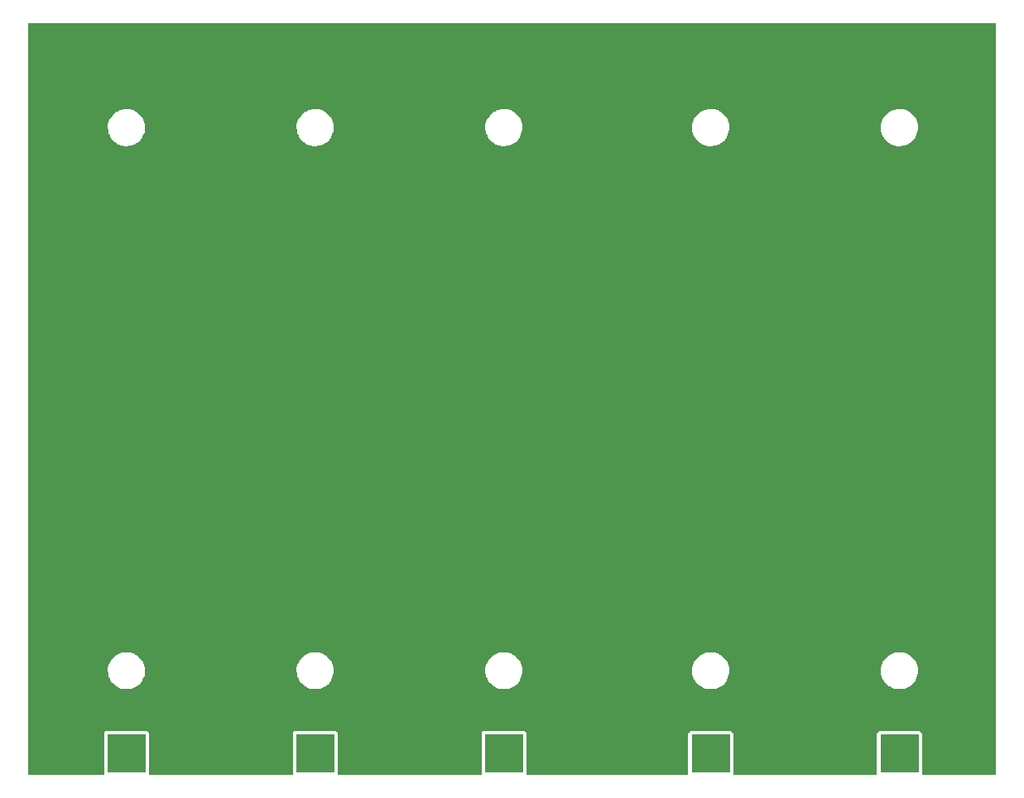
<source format=gbr>
%TF.GenerationSoftware,KiCad,Pcbnew,6.0.4-6f826c9f35~116~ubuntu20.04.1*%
%TF.CreationDate,2022-10-27T05:51:51+00:00*%
%TF.ProjectId,UST5BATT18650V01A,55535435-4241-4545-9431-383635305630,rev?*%
%TF.SameCoordinates,PX463f660PY87a6900*%
%TF.FileFunction,Copper,L1,Top*%
%TF.FilePolarity,Positive*%
%FSLAX46Y46*%
G04 Gerber Fmt 4.6, Leading zero omitted, Abs format (unit mm)*
G04 Created by KiCad (PCBNEW 6.0.4-6f826c9f35~116~ubuntu20.04.1) date 2022-10-27 05:51:51*
%MOMM*%
%LPD*%
G01*
G04 APERTURE LIST*
%TA.AperFunction,ComponentPad*%
%ADD10R,4.000000X4.000000*%
%TD*%
%TA.AperFunction,ComponentPad*%
%ADD11C,0.600000*%
%TD*%
%TA.AperFunction,SMDPad,CuDef*%
%ADD12R,2.300000X2.300000*%
%TD*%
%TA.AperFunction,ViaPad*%
%ADD13C,0.800000*%
%TD*%
G04 APERTURE END LIST*
D10*
%TO.P,BT2,1+,+*%
%TO.N,Net-(BT2-Pad1+)*%
X10545000Y2750000D03*
%TO.P,BT2,1-,-*%
%TO.N,GND*%
X10545000Y75250000D03*
%TO.P,BT2,2+,+*%
%TO.N,Net-(BT2-Pad2+)*%
X29845000Y2750000D03*
%TO.P,BT2,2-,-*%
%TO.N,GND*%
X29845000Y75250000D03*
%TO.P,BT2,3+,+*%
%TO.N,Net-(BT2-Pad3+)*%
X49145000Y2750000D03*
%TO.P,BT2,3-,-*%
%TO.N,GND*%
X49145000Y75250000D03*
%TD*%
%TO.P,BT1,1+,+*%
%TO.N,Net-(BT1-Pad1+)*%
X70300000Y2700000D03*
%TO.P,BT1,1-,-*%
%TO.N,GND*%
X70300000Y75300000D03*
%TO.P,BT1,2+,+*%
%TO.N,Net-(BT1-Pad2+)*%
X89600000Y2700000D03*
%TO.P,BT1,2-,-*%
%TO.N,GND*%
X89600000Y75300000D03*
%TD*%
D11*
%TO.P,X1,11,PGND*%
%TO.N,GND*%
X78978000Y22655000D03*
X79478000Y23155000D03*
D12*
X78978000Y22654000D03*
D11*
X78478000Y22155000D03*
X79478000Y22155000D03*
X78478000Y23155000D03*
%TD*%
D13*
%TO.N,GND*%
X83566000Y22225000D03*
X28725090Y71628000D03*
X24649545Y71628000D03*
X85471000Y23114000D03*
X87733905Y42164000D03*
X44692455Y13716000D03*
X56919090Y13716000D03*
X73533000Y21844000D03*
X84455000Y28448000D03*
X87376000Y23114000D03*
X89858265Y71628000D03*
X34751820Y42164000D03*
X76390500Y22733000D03*
X95885005Y42164000D03*
X83947000Y17526000D03*
X16163640Y13716000D03*
X18449640Y42164000D03*
X61329450Y71628000D03*
X82613500Y22225000D03*
X87376000Y22225000D03*
X73914000Y33020000D03*
X88328500Y23114000D03*
X51054000Y42164000D03*
X83185000Y18288000D03*
X74168000Y2032000D03*
X23495000Y2032000D03*
X74485500Y20955000D03*
X71431725Y42164000D03*
X80518000Y19812000D03*
X32465820Y13716000D03*
X74485500Y21844000D03*
X81788000Y33655000D03*
X63436500Y2032000D03*
X83693000Y27686000D03*
X20574000Y2032000D03*
X81407000Y25400000D03*
X89523450Y13716000D03*
X81661000Y23114000D03*
X76390500Y20955000D03*
X44704000Y2032000D03*
X97674550Y13716000D03*
X94869000Y52070000D03*
X83566000Y15494000D03*
X12088095Y13716000D03*
X82550000Y17526000D03*
X89281000Y22225000D03*
X82677000Y27813000D03*
X73914000Y35052000D03*
X80391000Y25400000D03*
X90233500Y22225000D03*
X75507270Y42164000D03*
X83693000Y30861000D03*
X73221270Y13716000D03*
X86423500Y22225000D03*
X97028000Y57023000D03*
X55129545Y42164000D03*
X73914000Y34036000D03*
X66802000Y2032000D03*
X82550000Y16510000D03*
X82677000Y32893000D03*
X49102815Y71628000D03*
X82169000Y26162000D03*
X8012550Y13716000D03*
X81707175Y71628000D03*
X81534000Y19812000D03*
X69145725Y13716000D03*
X73914000Y32004000D03*
X83566000Y23114000D03*
X30676275Y42164000D03*
X76200000Y25019000D03*
X83566000Y16510000D03*
X94869000Y48387000D03*
X42902910Y42164000D03*
X53178360Y71628000D03*
X73533000Y22733000D03*
X84518500Y22225000D03*
X84709000Y16764000D03*
X84518500Y23114000D03*
X82931000Y26924000D03*
X40616910Y13716000D03*
X82677000Y29845000D03*
X85471000Y22225000D03*
X76327000Y26797000D03*
X73914000Y29972000D03*
X77216000Y25019000D03*
X98679000Y60579000D03*
X76073000Y25908000D03*
X26416000Y2032000D03*
X96520000Y2032000D03*
X41846500Y2032000D03*
X53340000Y2032000D03*
X63280635Y42164000D03*
X75438000Y22733000D03*
X93598995Y13716000D03*
X93933820Y71628000D03*
X36876180Y71628000D03*
X75438000Y20955000D03*
X98679000Y57023000D03*
X85782720Y71628000D03*
X91809450Y42164000D03*
X77893333Y2032000D03*
X36541365Y13716000D03*
X83693000Y29845000D03*
X10298550Y42164000D03*
X90233500Y23114000D03*
X52843545Y13716000D03*
X59205090Y42164000D03*
X17653000Y2032000D03*
X82677000Y30861000D03*
X75438000Y21844000D03*
X73556085Y71628000D03*
X46978455Y42164000D03*
X81661000Y22225000D03*
X65070180Y13716000D03*
X20574000Y71628000D03*
X60994635Y13716000D03*
X60071000Y2032000D03*
X14374095Y42164000D03*
X82677000Y28829000D03*
X82550000Y15494000D03*
X57253905Y71628000D03*
X65404995Y71628000D03*
X85447905Y13716000D03*
X96266000Y52070000D03*
X14732000Y2032000D03*
X48768000Y13716000D03*
X36131500Y2032000D03*
X86423500Y23114000D03*
X83693000Y31877000D03*
X40951725Y71628000D03*
X32800635Y71628000D03*
X24314730Y13716000D03*
X77296815Y13716000D03*
X20239185Y13716000D03*
X33274000Y2032000D03*
X69480540Y71628000D03*
X16498455Y71628000D03*
X56705500Y2032000D03*
X96266000Y48387000D03*
X82423000Y19050000D03*
X6223005Y42164000D03*
X93218000Y2032000D03*
X80645000Y33655000D03*
X73914000Y27940000D03*
X38989000Y2032000D03*
X38827365Y42164000D03*
X22525185Y42164000D03*
X82613500Y23114000D03*
X97028000Y60579000D03*
X76962000Y25908000D03*
X81372360Y13716000D03*
X26600730Y42164000D03*
X45027270Y71628000D03*
X81618666Y2032000D03*
X76390500Y21844000D03*
X89281000Y23114000D03*
X4271820Y71628000D03*
X67356180Y42164000D03*
X73533000Y20955000D03*
X28390275Y13716000D03*
X88328500Y22225000D03*
X83693000Y32893000D03*
X73914000Y28956000D03*
X85344000Y2032000D03*
X77631630Y71628000D03*
X8347365Y71628000D03*
X83693000Y28829000D03*
X82677000Y31877000D03*
X74485500Y22733000D03*
X73914000Y30988000D03*
X12422910Y71628000D03*
%TD*%
%TA.AperFunction,Conductor*%
%TO.N,GND*%
G36*
X99458691Y77480593D02*
G01*
X99494655Y77431093D01*
X99499500Y77400500D01*
X99499500Y599500D01*
X99480593Y541309D01*
X99431093Y505345D01*
X99400500Y500500D01*
X91990739Y500500D01*
X91932548Y519407D01*
X91896584Y568907D01*
X91895248Y624566D01*
X91897506Y629673D01*
X91898656Y639530D01*
X91900168Y652506D01*
X91900168Y652507D01*
X91900500Y655354D01*
X91900500Y4744646D01*
X91897382Y4770846D01*
X91851939Y4873153D01*
X91772713Y4952241D01*
X91743591Y4965116D01*
X91677136Y4994496D01*
X91677134Y4994496D01*
X91670327Y4997506D01*
X91656322Y4999139D01*
X91647494Y5000168D01*
X91647493Y5000168D01*
X91644646Y5000500D01*
X87555354Y5000500D01*
X87538951Y4998548D01*
X87536531Y4998260D01*
X87536530Y4998260D01*
X87529154Y4997382D01*
X87426847Y4951939D01*
X87347759Y4872713D01*
X87344064Y4864355D01*
X87314505Y4797494D01*
X87302494Y4770327D01*
X87299500Y4744646D01*
X87299500Y655354D01*
X87302618Y629154D01*
X87304653Y624572D01*
X87301898Y564617D01*
X87263699Y516820D01*
X87209247Y500500D01*
X72690739Y500500D01*
X72632548Y519407D01*
X72596584Y568907D01*
X72595248Y624566D01*
X72597506Y629673D01*
X72598656Y639530D01*
X72600168Y652506D01*
X72600168Y652507D01*
X72600500Y655354D01*
X72600500Y4744646D01*
X72597382Y4770846D01*
X72551939Y4873153D01*
X72472713Y4952241D01*
X72443591Y4965116D01*
X72377136Y4994496D01*
X72377134Y4994496D01*
X72370327Y4997506D01*
X72356322Y4999139D01*
X72347494Y5000168D01*
X72347493Y5000168D01*
X72344646Y5000500D01*
X68255354Y5000500D01*
X68238951Y4998548D01*
X68236531Y4998260D01*
X68236530Y4998260D01*
X68229154Y4997382D01*
X68126847Y4951939D01*
X68047759Y4872713D01*
X68044064Y4864355D01*
X68014505Y4797494D01*
X68002494Y4770327D01*
X67999500Y4744646D01*
X67999500Y655354D01*
X68002618Y629154D01*
X68004653Y624572D01*
X68001898Y564617D01*
X67963699Y516820D01*
X67909247Y500500D01*
X51515305Y500500D01*
X51457114Y519407D01*
X51421150Y568907D01*
X51421150Y630093D01*
X51424759Y639530D01*
X51439496Y672864D01*
X51439496Y672866D01*
X51442506Y679673D01*
X51445500Y705354D01*
X51445500Y4794646D01*
X51442382Y4820846D01*
X51396939Y4923153D01*
X51317713Y5002241D01*
X51288591Y5015116D01*
X51222136Y5044496D01*
X51222134Y5044496D01*
X51215327Y5047506D01*
X51201322Y5049139D01*
X51192494Y5050168D01*
X51192493Y5050168D01*
X51189646Y5050500D01*
X47100354Y5050500D01*
X47083951Y5048548D01*
X47081531Y5048260D01*
X47081530Y5048260D01*
X47074154Y5047382D01*
X46971847Y5001939D01*
X46892759Y4922713D01*
X46889064Y4914355D01*
X46873513Y4879179D01*
X46847494Y4820327D01*
X46844500Y4794646D01*
X46844500Y705354D01*
X46847618Y679154D01*
X46850634Y672365D01*
X46865148Y639688D01*
X46871491Y578832D01*
X46840851Y525871D01*
X46784934Y501033D01*
X46774672Y500500D01*
X32215305Y500500D01*
X32157114Y519407D01*
X32121150Y568907D01*
X32121150Y630093D01*
X32124759Y639530D01*
X32139496Y672864D01*
X32139496Y672866D01*
X32142506Y679673D01*
X32145500Y705354D01*
X32145500Y4794646D01*
X32142382Y4820846D01*
X32096939Y4923153D01*
X32017713Y5002241D01*
X31988591Y5015116D01*
X31922136Y5044496D01*
X31922134Y5044496D01*
X31915327Y5047506D01*
X31901322Y5049139D01*
X31892494Y5050168D01*
X31892493Y5050168D01*
X31889646Y5050500D01*
X27800354Y5050500D01*
X27783951Y5048548D01*
X27781531Y5048260D01*
X27781530Y5048260D01*
X27774154Y5047382D01*
X27671847Y5001939D01*
X27592759Y4922713D01*
X27589064Y4914355D01*
X27573513Y4879179D01*
X27547494Y4820327D01*
X27544500Y4794646D01*
X27544500Y705354D01*
X27547618Y679154D01*
X27550634Y672365D01*
X27565148Y639688D01*
X27571491Y578832D01*
X27540851Y525871D01*
X27484934Y501033D01*
X27474672Y500500D01*
X12915305Y500500D01*
X12857114Y519407D01*
X12821150Y568907D01*
X12821150Y630093D01*
X12824759Y639530D01*
X12839496Y672864D01*
X12839496Y672866D01*
X12842506Y679673D01*
X12845500Y705354D01*
X12845500Y4794646D01*
X12842382Y4820846D01*
X12796939Y4923153D01*
X12717713Y5002241D01*
X12688591Y5015116D01*
X12622136Y5044496D01*
X12622134Y5044496D01*
X12615327Y5047506D01*
X12601322Y5049139D01*
X12592494Y5050168D01*
X12592493Y5050168D01*
X12589646Y5050500D01*
X8500354Y5050500D01*
X8483951Y5048548D01*
X8481531Y5048260D01*
X8481530Y5048260D01*
X8474154Y5047382D01*
X8371847Y5001939D01*
X8292759Y4922713D01*
X8289064Y4914355D01*
X8273513Y4879179D01*
X8247494Y4820327D01*
X8244500Y4794646D01*
X8244500Y705354D01*
X8247618Y679154D01*
X8250634Y672365D01*
X8265148Y639688D01*
X8271491Y578832D01*
X8240851Y525871D01*
X8184934Y501033D01*
X8174672Y500500D01*
X599500Y500500D01*
X541309Y519407D01*
X505345Y568907D01*
X500500Y599500D01*
X500500Y11151767D01*
X8639906Y11151767D01*
X8640246Y11148205D01*
X8640246Y11148198D01*
X8658751Y10954252D01*
X8666102Y10877208D01*
X8731657Y10609306D01*
X8835199Y10353674D01*
X8837010Y10350581D01*
X8837011Y10350579D01*
X8839939Y10345579D01*
X8974558Y10115665D01*
X9146816Y9900268D01*
X9348364Y9711992D01*
X9574979Y9554784D01*
X9578184Y9553189D01*
X9578190Y9553186D01*
X9818699Y9433534D01*
X9818704Y9433532D01*
X9821914Y9431935D01*
X9825325Y9430817D01*
X9825327Y9430816D01*
X10080593Y9347136D01*
X10080596Y9347135D01*
X10083998Y9346020D01*
X10355738Y9298838D01*
X10406160Y9296328D01*
X10441644Y9294561D01*
X10441657Y9294561D01*
X10442876Y9294500D01*
X10615070Y9294500D01*
X10820083Y9309375D01*
X10850490Y9316088D01*
X11085904Y9368063D01*
X11085910Y9368065D01*
X11089403Y9368836D01*
X11092752Y9370105D01*
X11092756Y9370106D01*
X11239800Y9425816D01*
X11347319Y9466551D01*
X11576283Y9593729D01*
X11585285Y9598729D01*
X11585287Y9598730D01*
X11588428Y9600475D01*
X11807678Y9767802D01*
X12000477Y9965026D01*
X12104445Y10107862D01*
X12160682Y10185124D01*
X12162787Y10188016D01*
X12291206Y10432101D01*
X12383045Y10692168D01*
X12436380Y10962768D01*
X12445789Y11151767D01*
X27939906Y11151767D01*
X27940246Y11148205D01*
X27940246Y11148198D01*
X27958751Y10954252D01*
X27966102Y10877208D01*
X28031657Y10609306D01*
X28135199Y10353674D01*
X28137010Y10350581D01*
X28137011Y10350579D01*
X28139939Y10345579D01*
X28274558Y10115665D01*
X28446816Y9900268D01*
X28648364Y9711992D01*
X28874979Y9554784D01*
X28878184Y9553189D01*
X28878190Y9553186D01*
X29118699Y9433534D01*
X29118704Y9433532D01*
X29121914Y9431935D01*
X29125325Y9430817D01*
X29125327Y9430816D01*
X29380593Y9347136D01*
X29380596Y9347135D01*
X29383998Y9346020D01*
X29655738Y9298838D01*
X29706160Y9296328D01*
X29741644Y9294561D01*
X29741657Y9294561D01*
X29742876Y9294500D01*
X29915070Y9294500D01*
X30120083Y9309375D01*
X30150490Y9316088D01*
X30385904Y9368063D01*
X30385910Y9368065D01*
X30389403Y9368836D01*
X30392752Y9370105D01*
X30392756Y9370106D01*
X30539800Y9425816D01*
X30647319Y9466551D01*
X30876283Y9593729D01*
X30885285Y9598729D01*
X30885287Y9598730D01*
X30888428Y9600475D01*
X31107678Y9767802D01*
X31300477Y9965026D01*
X31404445Y10107862D01*
X31460682Y10185124D01*
X31462787Y10188016D01*
X31591206Y10432101D01*
X31683045Y10692168D01*
X31736380Y10962768D01*
X31745789Y11151767D01*
X47239906Y11151767D01*
X47240246Y11148205D01*
X47240246Y11148198D01*
X47258751Y10954252D01*
X47266102Y10877208D01*
X47331657Y10609306D01*
X47435199Y10353674D01*
X47437010Y10350581D01*
X47437011Y10350579D01*
X47439939Y10345579D01*
X47574558Y10115665D01*
X47746816Y9900268D01*
X47948364Y9711992D01*
X48174979Y9554784D01*
X48178184Y9553189D01*
X48178190Y9553186D01*
X48418699Y9433534D01*
X48418704Y9433532D01*
X48421914Y9431935D01*
X48425325Y9430817D01*
X48425327Y9430816D01*
X48680593Y9347136D01*
X48680596Y9347135D01*
X48683998Y9346020D01*
X48955738Y9298838D01*
X49006160Y9296328D01*
X49041644Y9294561D01*
X49041657Y9294561D01*
X49042876Y9294500D01*
X49215070Y9294500D01*
X49420083Y9309375D01*
X49450490Y9316088D01*
X49685904Y9368063D01*
X49685910Y9368065D01*
X49689403Y9368836D01*
X49692752Y9370105D01*
X49692756Y9370106D01*
X49839800Y9425816D01*
X49947319Y9466551D01*
X50176283Y9593729D01*
X50185285Y9598729D01*
X50185287Y9598730D01*
X50188428Y9600475D01*
X50407678Y9767802D01*
X50600477Y9965026D01*
X50704445Y10107862D01*
X50760682Y10185124D01*
X50762787Y10188016D01*
X50891206Y10432101D01*
X50983045Y10692168D01*
X51036380Y10962768D01*
X51045540Y11146767D01*
X68394906Y11146767D01*
X68395246Y11143205D01*
X68395246Y11143198D01*
X68413274Y10954252D01*
X68421102Y10872208D01*
X68486657Y10604306D01*
X68590199Y10348674D01*
X68729558Y10110665D01*
X68901816Y9895268D01*
X68904439Y9892818D01*
X69100201Y9709947D01*
X69103364Y9706992D01*
X69106312Y9704947D01*
X69322772Y9554784D01*
X69329979Y9549784D01*
X69333184Y9548189D01*
X69333190Y9548186D01*
X69573699Y9428534D01*
X69573704Y9428532D01*
X69576914Y9426935D01*
X69580325Y9425817D01*
X69580327Y9425816D01*
X69835593Y9342136D01*
X69835596Y9342135D01*
X69838998Y9341020D01*
X70110738Y9293838D01*
X70161160Y9291328D01*
X70196644Y9289561D01*
X70196657Y9289561D01*
X70197876Y9289500D01*
X70370070Y9289500D01*
X70575083Y9304375D01*
X70605490Y9311088D01*
X70840904Y9363063D01*
X70840910Y9363065D01*
X70844403Y9363836D01*
X70847752Y9365105D01*
X70847756Y9365106D01*
X71010951Y9426935D01*
X71102319Y9461551D01*
X71343428Y9595475D01*
X71352838Y9602656D01*
X71486870Y9704947D01*
X71562678Y9762802D01*
X71755477Y9960026D01*
X71759117Y9965026D01*
X71915682Y10180124D01*
X71917787Y10183016D01*
X71922084Y10191182D01*
X72044536Y10423927D01*
X72046206Y10427101D01*
X72138045Y10687168D01*
X72139031Y10692168D01*
X72190687Y10954252D01*
X72191380Y10957768D01*
X72200789Y11146767D01*
X87694906Y11146767D01*
X87695246Y11143205D01*
X87695246Y11143198D01*
X87713274Y10954252D01*
X87721102Y10872208D01*
X87786657Y10604306D01*
X87890199Y10348674D01*
X88029558Y10110665D01*
X88201816Y9895268D01*
X88204439Y9892818D01*
X88400201Y9709947D01*
X88403364Y9706992D01*
X88406312Y9704947D01*
X88622772Y9554784D01*
X88629979Y9549784D01*
X88633184Y9548189D01*
X88633190Y9548186D01*
X88873699Y9428534D01*
X88873704Y9428532D01*
X88876914Y9426935D01*
X88880325Y9425817D01*
X88880327Y9425816D01*
X89135593Y9342136D01*
X89135596Y9342135D01*
X89138998Y9341020D01*
X89410738Y9293838D01*
X89461160Y9291328D01*
X89496644Y9289561D01*
X89496657Y9289561D01*
X89497876Y9289500D01*
X89670070Y9289500D01*
X89875083Y9304375D01*
X89905490Y9311088D01*
X90140904Y9363063D01*
X90140910Y9363065D01*
X90144403Y9363836D01*
X90147752Y9365105D01*
X90147756Y9365106D01*
X90310951Y9426935D01*
X90402319Y9461551D01*
X90643428Y9595475D01*
X90652838Y9602656D01*
X90786870Y9704947D01*
X90862678Y9762802D01*
X91055477Y9960026D01*
X91059117Y9965026D01*
X91215682Y10180124D01*
X91217787Y10183016D01*
X91222084Y10191182D01*
X91344536Y10423927D01*
X91346206Y10427101D01*
X91438045Y10687168D01*
X91439031Y10692168D01*
X91490687Y10954252D01*
X91491380Y10957768D01*
X91505094Y11233233D01*
X91504754Y11236795D01*
X91504754Y11236802D01*
X91479239Y11504221D01*
X91479238Y11504225D01*
X91478898Y11507792D01*
X91413343Y11775694D01*
X91309801Y12031326D01*
X91306874Y12036326D01*
X91172253Y12266242D01*
X91170442Y12269335D01*
X90998184Y12484732D01*
X90796636Y12673008D01*
X90570021Y12830216D01*
X90566816Y12831811D01*
X90566810Y12831814D01*
X90326301Y12951466D01*
X90326296Y12951468D01*
X90323086Y12953065D01*
X90319675Y12954183D01*
X90319673Y12954184D01*
X90064407Y13037864D01*
X90064404Y13037865D01*
X90061002Y13038980D01*
X89789262Y13086162D01*
X89738840Y13088672D01*
X89703356Y13090439D01*
X89703343Y13090439D01*
X89702124Y13090500D01*
X89529930Y13090500D01*
X89324917Y13075625D01*
X89321406Y13074850D01*
X89321407Y13074850D01*
X89059096Y13016937D01*
X89059090Y13016935D01*
X89055597Y13016164D01*
X89052248Y13014895D01*
X89052244Y13014894D01*
X88948185Y12975470D01*
X88797681Y12918449D01*
X88650710Y12836814D01*
X88565574Y12789525D01*
X88556572Y12784525D01*
X88337322Y12617198D01*
X88144523Y12419974D01*
X88142414Y12417077D01*
X88142411Y12417073D01*
X87987957Y12204876D01*
X87982213Y12196984D01*
X87853794Y11952899D01*
X87761955Y11692832D01*
X87708620Y11422232D01*
X87694906Y11146767D01*
X72200789Y11146767D01*
X72205094Y11233233D01*
X72204754Y11236795D01*
X72204754Y11236802D01*
X72179239Y11504221D01*
X72179238Y11504225D01*
X72178898Y11507792D01*
X72113343Y11775694D01*
X72009801Y12031326D01*
X72006874Y12036326D01*
X71872253Y12266242D01*
X71870442Y12269335D01*
X71698184Y12484732D01*
X71496636Y12673008D01*
X71270021Y12830216D01*
X71266816Y12831811D01*
X71266810Y12831814D01*
X71026301Y12951466D01*
X71026296Y12951468D01*
X71023086Y12953065D01*
X71019675Y12954183D01*
X71019673Y12954184D01*
X70764407Y13037864D01*
X70764404Y13037865D01*
X70761002Y13038980D01*
X70489262Y13086162D01*
X70438840Y13088672D01*
X70403356Y13090439D01*
X70403343Y13090439D01*
X70402124Y13090500D01*
X70229930Y13090500D01*
X70024917Y13075625D01*
X70021406Y13074850D01*
X70021407Y13074850D01*
X69759096Y13016937D01*
X69759090Y13016935D01*
X69755597Y13016164D01*
X69752248Y13014895D01*
X69752244Y13014894D01*
X69648185Y12975470D01*
X69497681Y12918449D01*
X69350710Y12836814D01*
X69265574Y12789525D01*
X69256572Y12784525D01*
X69037322Y12617198D01*
X68844523Y12419974D01*
X68842414Y12417077D01*
X68842411Y12417073D01*
X68687957Y12204876D01*
X68682213Y12196984D01*
X68553794Y11952899D01*
X68461955Y11692832D01*
X68408620Y11422232D01*
X68394906Y11146767D01*
X51045540Y11146767D01*
X51050094Y11238233D01*
X51049754Y11241795D01*
X51049754Y11241802D01*
X51024239Y11509221D01*
X51024238Y11509225D01*
X51023898Y11512792D01*
X50958343Y11780694D01*
X50854801Y12036326D01*
X50715442Y12274335D01*
X50543184Y12489732D01*
X50349611Y12670558D01*
X50344259Y12675558D01*
X50344257Y12675560D01*
X50341636Y12678008D01*
X50125173Y12828173D01*
X50117966Y12833173D01*
X50115021Y12835216D01*
X50111816Y12836811D01*
X50111810Y12836814D01*
X49871301Y12956466D01*
X49871296Y12956468D01*
X49868086Y12958065D01*
X49864675Y12959183D01*
X49864673Y12959184D01*
X49609407Y13042864D01*
X49609404Y13042865D01*
X49606002Y13043980D01*
X49334262Y13091162D01*
X49283840Y13093672D01*
X49248356Y13095439D01*
X49248343Y13095439D01*
X49247124Y13095500D01*
X49074930Y13095500D01*
X48869917Y13080625D01*
X48866406Y13079850D01*
X48866407Y13079850D01*
X48604096Y13021937D01*
X48604090Y13021935D01*
X48600597Y13021164D01*
X48597248Y13019895D01*
X48597244Y13019894D01*
X48493185Y12980470D01*
X48342681Y12923449D01*
X48101572Y12789525D01*
X48098716Y12787345D01*
X48098714Y12787344D01*
X48030085Y12734968D01*
X47882322Y12622198D01*
X47689523Y12424974D01*
X47687414Y12422077D01*
X47687411Y12422073D01*
X47576236Y12269335D01*
X47527213Y12201984D01*
X47525549Y12198821D01*
X47525547Y12198818D01*
X47441685Y12039421D01*
X47398794Y11957899D01*
X47306955Y11697832D01*
X47306261Y11694311D01*
X47305276Y11689311D01*
X47253620Y11427232D01*
X47239906Y11151767D01*
X31745789Y11151767D01*
X31750094Y11238233D01*
X31749754Y11241795D01*
X31749754Y11241802D01*
X31724239Y11509221D01*
X31724238Y11509225D01*
X31723898Y11512792D01*
X31658343Y11780694D01*
X31554801Y12036326D01*
X31415442Y12274335D01*
X31243184Y12489732D01*
X31049611Y12670558D01*
X31044259Y12675558D01*
X31044257Y12675560D01*
X31041636Y12678008D01*
X30825173Y12828173D01*
X30817966Y12833173D01*
X30815021Y12835216D01*
X30811816Y12836811D01*
X30811810Y12836814D01*
X30571301Y12956466D01*
X30571296Y12956468D01*
X30568086Y12958065D01*
X30564675Y12959183D01*
X30564673Y12959184D01*
X30309407Y13042864D01*
X30309404Y13042865D01*
X30306002Y13043980D01*
X30034262Y13091162D01*
X29983840Y13093672D01*
X29948356Y13095439D01*
X29948343Y13095439D01*
X29947124Y13095500D01*
X29774930Y13095500D01*
X29569917Y13080625D01*
X29566406Y13079850D01*
X29566407Y13079850D01*
X29304096Y13021937D01*
X29304090Y13021935D01*
X29300597Y13021164D01*
X29297248Y13019895D01*
X29297244Y13019894D01*
X29193185Y12980470D01*
X29042681Y12923449D01*
X28801572Y12789525D01*
X28798716Y12787345D01*
X28798714Y12787344D01*
X28730085Y12734968D01*
X28582322Y12622198D01*
X28389523Y12424974D01*
X28387414Y12422077D01*
X28387411Y12422073D01*
X28276236Y12269335D01*
X28227213Y12201984D01*
X28225549Y12198821D01*
X28225547Y12198818D01*
X28141685Y12039421D01*
X28098794Y11957899D01*
X28006955Y11697832D01*
X28006261Y11694311D01*
X28005276Y11689311D01*
X27953620Y11427232D01*
X27939906Y11151767D01*
X12445789Y11151767D01*
X12450094Y11238233D01*
X12449754Y11241795D01*
X12449754Y11241802D01*
X12424239Y11509221D01*
X12424238Y11509225D01*
X12423898Y11512792D01*
X12358343Y11780694D01*
X12254801Y12036326D01*
X12115442Y12274335D01*
X11943184Y12489732D01*
X11749611Y12670558D01*
X11744259Y12675558D01*
X11744257Y12675560D01*
X11741636Y12678008D01*
X11525173Y12828173D01*
X11517966Y12833173D01*
X11515021Y12835216D01*
X11511816Y12836811D01*
X11511810Y12836814D01*
X11271301Y12956466D01*
X11271296Y12956468D01*
X11268086Y12958065D01*
X11264675Y12959183D01*
X11264673Y12959184D01*
X11009407Y13042864D01*
X11009404Y13042865D01*
X11006002Y13043980D01*
X10734262Y13091162D01*
X10683840Y13093672D01*
X10648356Y13095439D01*
X10648343Y13095439D01*
X10647124Y13095500D01*
X10474930Y13095500D01*
X10269917Y13080625D01*
X10266406Y13079850D01*
X10266407Y13079850D01*
X10004096Y13021937D01*
X10004090Y13021935D01*
X10000597Y13021164D01*
X9997248Y13019895D01*
X9997244Y13019894D01*
X9893185Y12980470D01*
X9742681Y12923449D01*
X9501572Y12789525D01*
X9498716Y12787345D01*
X9498714Y12787344D01*
X9430085Y12734968D01*
X9282322Y12622198D01*
X9089523Y12424974D01*
X9087414Y12422077D01*
X9087411Y12422073D01*
X8976236Y12269335D01*
X8927213Y12201984D01*
X8925549Y12198821D01*
X8925547Y12198818D01*
X8841685Y12039421D01*
X8798794Y11957899D01*
X8706955Y11697832D01*
X8706261Y11694311D01*
X8705276Y11689311D01*
X8653620Y11427232D01*
X8639906Y11151767D01*
X500500Y11151767D01*
X500500Y66761767D01*
X8639906Y66761767D01*
X8640246Y66758205D01*
X8640246Y66758198D01*
X8658274Y66569252D01*
X8666102Y66487208D01*
X8731657Y66219306D01*
X8835199Y65963674D01*
X8974558Y65725665D01*
X9146816Y65510268D01*
X9149439Y65507818D01*
X9345201Y65324947D01*
X9348364Y65321992D01*
X9351312Y65319947D01*
X9567772Y65169784D01*
X9574979Y65164784D01*
X9578184Y65163189D01*
X9578190Y65163186D01*
X9818699Y65043534D01*
X9818704Y65043532D01*
X9821914Y65041935D01*
X9825325Y65040817D01*
X9825327Y65040816D01*
X10080593Y64957136D01*
X10080596Y64957135D01*
X10083998Y64956020D01*
X10355738Y64908838D01*
X10406160Y64906328D01*
X10441644Y64904561D01*
X10441657Y64904561D01*
X10442876Y64904500D01*
X10615070Y64904500D01*
X10820083Y64919375D01*
X10850490Y64926088D01*
X11085904Y64978063D01*
X11085910Y64978065D01*
X11089403Y64978836D01*
X11092752Y64980105D01*
X11092756Y64980106D01*
X11255951Y65041935D01*
X11347319Y65076551D01*
X11588428Y65210475D01*
X11597838Y65217656D01*
X11731870Y65319947D01*
X11807678Y65377802D01*
X12000477Y65575026D01*
X12004117Y65580026D01*
X12160682Y65795124D01*
X12162787Y65798016D01*
X12167084Y65806182D01*
X12289536Y66038927D01*
X12291206Y66042101D01*
X12383045Y66302168D01*
X12384031Y66307168D01*
X12435687Y66569252D01*
X12436380Y66572768D01*
X12445789Y66761767D01*
X27939906Y66761767D01*
X27940246Y66758205D01*
X27940246Y66758198D01*
X27958274Y66569252D01*
X27966102Y66487208D01*
X28031657Y66219306D01*
X28135199Y65963674D01*
X28274558Y65725665D01*
X28446816Y65510268D01*
X28449439Y65507818D01*
X28645201Y65324947D01*
X28648364Y65321992D01*
X28651312Y65319947D01*
X28867772Y65169784D01*
X28874979Y65164784D01*
X28878184Y65163189D01*
X28878190Y65163186D01*
X29118699Y65043534D01*
X29118704Y65043532D01*
X29121914Y65041935D01*
X29125325Y65040817D01*
X29125327Y65040816D01*
X29380593Y64957136D01*
X29380596Y64957135D01*
X29383998Y64956020D01*
X29655738Y64908838D01*
X29706160Y64906328D01*
X29741644Y64904561D01*
X29741657Y64904561D01*
X29742876Y64904500D01*
X29915070Y64904500D01*
X30120083Y64919375D01*
X30150490Y64926088D01*
X30385904Y64978063D01*
X30385910Y64978065D01*
X30389403Y64978836D01*
X30392752Y64980105D01*
X30392756Y64980106D01*
X30555951Y65041935D01*
X30647319Y65076551D01*
X30888428Y65210475D01*
X30897838Y65217656D01*
X31031870Y65319947D01*
X31107678Y65377802D01*
X31300477Y65575026D01*
X31304117Y65580026D01*
X31460682Y65795124D01*
X31462787Y65798016D01*
X31467084Y65806182D01*
X31589536Y66038927D01*
X31591206Y66042101D01*
X31683045Y66302168D01*
X31684031Y66307168D01*
X31735687Y66569252D01*
X31736380Y66572768D01*
X31745789Y66761767D01*
X47239906Y66761767D01*
X47240246Y66758205D01*
X47240246Y66758198D01*
X47258274Y66569252D01*
X47266102Y66487208D01*
X47331657Y66219306D01*
X47435199Y65963674D01*
X47574558Y65725665D01*
X47746816Y65510268D01*
X47749439Y65507818D01*
X47945201Y65324947D01*
X47948364Y65321992D01*
X47951312Y65319947D01*
X48167772Y65169784D01*
X48174979Y65164784D01*
X48178184Y65163189D01*
X48178190Y65163186D01*
X48418699Y65043534D01*
X48418704Y65043532D01*
X48421914Y65041935D01*
X48425325Y65040817D01*
X48425327Y65040816D01*
X48680593Y64957136D01*
X48680596Y64957135D01*
X48683998Y64956020D01*
X48955738Y64908838D01*
X49006160Y64906328D01*
X49041644Y64904561D01*
X49041657Y64904561D01*
X49042876Y64904500D01*
X49215070Y64904500D01*
X49420083Y64919375D01*
X49450490Y64926088D01*
X49685904Y64978063D01*
X49685910Y64978065D01*
X49689403Y64978836D01*
X49692752Y64980105D01*
X49692756Y64980106D01*
X49855951Y65041935D01*
X49947319Y65076551D01*
X50188428Y65210475D01*
X50197838Y65217656D01*
X50331870Y65319947D01*
X50407678Y65377802D01*
X50600477Y65575026D01*
X50604117Y65580026D01*
X50760682Y65795124D01*
X50762787Y65798016D01*
X50767084Y65806182D01*
X50889536Y66038927D01*
X50891206Y66042101D01*
X50983045Y66302168D01*
X50984031Y66307168D01*
X51035687Y66569252D01*
X51036380Y66572768D01*
X51046038Y66766767D01*
X68394906Y66766767D01*
X68395246Y66763205D01*
X68395246Y66763198D01*
X68413751Y66569252D01*
X68421102Y66492208D01*
X68486657Y66224306D01*
X68590199Y65968674D01*
X68592010Y65965581D01*
X68592011Y65965579D01*
X68594939Y65960579D01*
X68729558Y65730665D01*
X68901816Y65515268D01*
X69103364Y65326992D01*
X69329979Y65169784D01*
X69333184Y65168189D01*
X69333190Y65168186D01*
X69573699Y65048534D01*
X69573704Y65048532D01*
X69576914Y65046935D01*
X69580325Y65045817D01*
X69580327Y65045816D01*
X69835593Y64962136D01*
X69835596Y64962135D01*
X69838998Y64961020D01*
X70110738Y64913838D01*
X70161160Y64911328D01*
X70196644Y64909561D01*
X70196657Y64909561D01*
X70197876Y64909500D01*
X70370070Y64909500D01*
X70575083Y64924375D01*
X70605490Y64931088D01*
X70840904Y64983063D01*
X70840910Y64983065D01*
X70844403Y64983836D01*
X70847752Y64985105D01*
X70847756Y64985106D01*
X70994800Y65040816D01*
X71102319Y65081551D01*
X71331283Y65208729D01*
X71340285Y65213729D01*
X71340287Y65213730D01*
X71343428Y65215475D01*
X71562678Y65382802D01*
X71755477Y65580026D01*
X71859445Y65722862D01*
X71915682Y65800124D01*
X71917787Y65803016D01*
X72046206Y66047101D01*
X72138045Y66307168D01*
X72191380Y66577768D01*
X72200789Y66766767D01*
X87694906Y66766767D01*
X87695246Y66763205D01*
X87695246Y66763198D01*
X87713751Y66569252D01*
X87721102Y66492208D01*
X87786657Y66224306D01*
X87890199Y65968674D01*
X87892010Y65965581D01*
X87892011Y65965579D01*
X87894939Y65960579D01*
X88029558Y65730665D01*
X88201816Y65515268D01*
X88403364Y65326992D01*
X88629979Y65169784D01*
X88633184Y65168189D01*
X88633190Y65168186D01*
X88873699Y65048534D01*
X88873704Y65048532D01*
X88876914Y65046935D01*
X88880325Y65045817D01*
X88880327Y65045816D01*
X89135593Y64962136D01*
X89135596Y64962135D01*
X89138998Y64961020D01*
X89410738Y64913838D01*
X89461160Y64911328D01*
X89496644Y64909561D01*
X89496657Y64909561D01*
X89497876Y64909500D01*
X89670070Y64909500D01*
X89875083Y64924375D01*
X89905490Y64931088D01*
X90140904Y64983063D01*
X90140910Y64983065D01*
X90144403Y64983836D01*
X90147752Y64985105D01*
X90147756Y64985106D01*
X90294800Y65040816D01*
X90402319Y65081551D01*
X90631283Y65208729D01*
X90640285Y65213729D01*
X90640287Y65213730D01*
X90643428Y65215475D01*
X90862678Y65382802D01*
X91055477Y65580026D01*
X91159445Y65722862D01*
X91215682Y65800124D01*
X91217787Y65803016D01*
X91346206Y66047101D01*
X91438045Y66307168D01*
X91491380Y66577768D01*
X91505094Y66853233D01*
X91504754Y66856795D01*
X91504754Y66856802D01*
X91479239Y67124221D01*
X91479238Y67124225D01*
X91478898Y67127792D01*
X91413343Y67395694D01*
X91309801Y67651326D01*
X91170442Y67889335D01*
X90998184Y68104732D01*
X90804611Y68285558D01*
X90799259Y68290558D01*
X90799257Y68290560D01*
X90796636Y68293008D01*
X90580173Y68443173D01*
X90572966Y68448173D01*
X90570021Y68450216D01*
X90566816Y68451811D01*
X90566810Y68451814D01*
X90326301Y68571466D01*
X90326296Y68571468D01*
X90323086Y68573065D01*
X90319675Y68574183D01*
X90319673Y68574184D01*
X90064407Y68657864D01*
X90064404Y68657865D01*
X90061002Y68658980D01*
X89789262Y68706162D01*
X89738840Y68708672D01*
X89703356Y68710439D01*
X89703343Y68710439D01*
X89702124Y68710500D01*
X89529930Y68710500D01*
X89324917Y68695625D01*
X89321406Y68694850D01*
X89321407Y68694850D01*
X89059096Y68636937D01*
X89059090Y68636935D01*
X89055597Y68636164D01*
X89052248Y68634895D01*
X89052244Y68634894D01*
X88948185Y68595470D01*
X88797681Y68538449D01*
X88556572Y68404525D01*
X88553716Y68402345D01*
X88553714Y68402344D01*
X88485085Y68349968D01*
X88337322Y68237198D01*
X88144523Y68039974D01*
X88142414Y68037077D01*
X88142411Y68037073D01*
X88031236Y67884335D01*
X87982213Y67816984D01*
X87980549Y67813821D01*
X87980547Y67813818D01*
X87896685Y67654421D01*
X87853794Y67572899D01*
X87761955Y67312832D01*
X87761261Y67309311D01*
X87760276Y67304311D01*
X87708620Y67042232D01*
X87694906Y66766767D01*
X72200789Y66766767D01*
X72205094Y66853233D01*
X72204754Y66856795D01*
X72204754Y66856802D01*
X72179239Y67124221D01*
X72179238Y67124225D01*
X72178898Y67127792D01*
X72113343Y67395694D01*
X72009801Y67651326D01*
X71870442Y67889335D01*
X71698184Y68104732D01*
X71504611Y68285558D01*
X71499259Y68290558D01*
X71499257Y68290560D01*
X71496636Y68293008D01*
X71280173Y68443173D01*
X71272966Y68448173D01*
X71270021Y68450216D01*
X71266816Y68451811D01*
X71266810Y68451814D01*
X71026301Y68571466D01*
X71026296Y68571468D01*
X71023086Y68573065D01*
X71019675Y68574183D01*
X71019673Y68574184D01*
X70764407Y68657864D01*
X70764404Y68657865D01*
X70761002Y68658980D01*
X70489262Y68706162D01*
X70438840Y68708672D01*
X70403356Y68710439D01*
X70403343Y68710439D01*
X70402124Y68710500D01*
X70229930Y68710500D01*
X70024917Y68695625D01*
X70021406Y68694850D01*
X70021407Y68694850D01*
X69759096Y68636937D01*
X69759090Y68636935D01*
X69755597Y68636164D01*
X69752248Y68634895D01*
X69752244Y68634894D01*
X69648185Y68595470D01*
X69497681Y68538449D01*
X69256572Y68404525D01*
X69253716Y68402345D01*
X69253714Y68402344D01*
X69185085Y68349968D01*
X69037322Y68237198D01*
X68844523Y68039974D01*
X68842414Y68037077D01*
X68842411Y68037073D01*
X68731236Y67884335D01*
X68682213Y67816984D01*
X68680549Y67813821D01*
X68680547Y67813818D01*
X68596685Y67654421D01*
X68553794Y67572899D01*
X68461955Y67312832D01*
X68461261Y67309311D01*
X68460276Y67304311D01*
X68408620Y67042232D01*
X68394906Y66766767D01*
X51046038Y66766767D01*
X51050094Y66848233D01*
X51049754Y66851795D01*
X51049754Y66851802D01*
X51024239Y67119221D01*
X51024238Y67119225D01*
X51023898Y67122792D01*
X50958343Y67390694D01*
X50854801Y67646326D01*
X50851874Y67651326D01*
X50717253Y67881242D01*
X50715442Y67884335D01*
X50543184Y68099732D01*
X50341636Y68288008D01*
X50115021Y68445216D01*
X50111816Y68446811D01*
X50111810Y68446814D01*
X49871301Y68566466D01*
X49871296Y68566468D01*
X49868086Y68568065D01*
X49864675Y68569183D01*
X49864673Y68569184D01*
X49609407Y68652864D01*
X49609404Y68652865D01*
X49606002Y68653980D01*
X49334262Y68701162D01*
X49283840Y68703672D01*
X49248356Y68705439D01*
X49248343Y68705439D01*
X49247124Y68705500D01*
X49074930Y68705500D01*
X48869917Y68690625D01*
X48866406Y68689850D01*
X48866407Y68689850D01*
X48604096Y68631937D01*
X48604090Y68631935D01*
X48600597Y68631164D01*
X48597248Y68629895D01*
X48597244Y68629894D01*
X48493185Y68590470D01*
X48342681Y68533449D01*
X48195710Y68451814D01*
X48110574Y68404525D01*
X48101572Y68399525D01*
X47882322Y68232198D01*
X47689523Y68034974D01*
X47687414Y68032077D01*
X47687411Y68032073D01*
X47532957Y67819876D01*
X47527213Y67811984D01*
X47398794Y67567899D01*
X47306955Y67307832D01*
X47253620Y67037232D01*
X47239906Y66761767D01*
X31745789Y66761767D01*
X31750094Y66848233D01*
X31749754Y66851795D01*
X31749754Y66851802D01*
X31724239Y67119221D01*
X31724238Y67119225D01*
X31723898Y67122792D01*
X31658343Y67390694D01*
X31554801Y67646326D01*
X31551874Y67651326D01*
X31417253Y67881242D01*
X31415442Y67884335D01*
X31243184Y68099732D01*
X31041636Y68288008D01*
X30815021Y68445216D01*
X30811816Y68446811D01*
X30811810Y68446814D01*
X30571301Y68566466D01*
X30571296Y68566468D01*
X30568086Y68568065D01*
X30564675Y68569183D01*
X30564673Y68569184D01*
X30309407Y68652864D01*
X30309404Y68652865D01*
X30306002Y68653980D01*
X30034262Y68701162D01*
X29983840Y68703672D01*
X29948356Y68705439D01*
X29948343Y68705439D01*
X29947124Y68705500D01*
X29774930Y68705500D01*
X29569917Y68690625D01*
X29566406Y68689850D01*
X29566407Y68689850D01*
X29304096Y68631937D01*
X29304090Y68631935D01*
X29300597Y68631164D01*
X29297248Y68629895D01*
X29297244Y68629894D01*
X29193185Y68590470D01*
X29042681Y68533449D01*
X28895710Y68451814D01*
X28810574Y68404525D01*
X28801572Y68399525D01*
X28582322Y68232198D01*
X28389523Y68034974D01*
X28387414Y68032077D01*
X28387411Y68032073D01*
X28232957Y67819876D01*
X28227213Y67811984D01*
X28098794Y67567899D01*
X28006955Y67307832D01*
X27953620Y67037232D01*
X27939906Y66761767D01*
X12445789Y66761767D01*
X12450094Y66848233D01*
X12449754Y66851795D01*
X12449754Y66851802D01*
X12424239Y67119221D01*
X12424238Y67119225D01*
X12423898Y67122792D01*
X12358343Y67390694D01*
X12254801Y67646326D01*
X12251874Y67651326D01*
X12117253Y67881242D01*
X12115442Y67884335D01*
X11943184Y68099732D01*
X11741636Y68288008D01*
X11515021Y68445216D01*
X11511816Y68446811D01*
X11511810Y68446814D01*
X11271301Y68566466D01*
X11271296Y68566468D01*
X11268086Y68568065D01*
X11264675Y68569183D01*
X11264673Y68569184D01*
X11009407Y68652864D01*
X11009404Y68652865D01*
X11006002Y68653980D01*
X10734262Y68701162D01*
X10683840Y68703672D01*
X10648356Y68705439D01*
X10648343Y68705439D01*
X10647124Y68705500D01*
X10474930Y68705500D01*
X10269917Y68690625D01*
X10266406Y68689850D01*
X10266407Y68689850D01*
X10004096Y68631937D01*
X10004090Y68631935D01*
X10000597Y68631164D01*
X9997248Y68629895D01*
X9997244Y68629894D01*
X9893185Y68590470D01*
X9742681Y68533449D01*
X9595710Y68451814D01*
X9510574Y68404525D01*
X9501572Y68399525D01*
X9282322Y68232198D01*
X9089523Y68034974D01*
X9087414Y68032077D01*
X9087411Y68032073D01*
X8932957Y67819876D01*
X8927213Y67811984D01*
X8798794Y67567899D01*
X8706955Y67307832D01*
X8653620Y67037232D01*
X8639906Y66761767D01*
X500500Y66761767D01*
X500500Y77400500D01*
X519407Y77458691D01*
X568907Y77494655D01*
X599500Y77499500D01*
X99400500Y77499500D01*
X99458691Y77480593D01*
G37*
%TD.AperFunction*%
%TD*%
M02*

</source>
